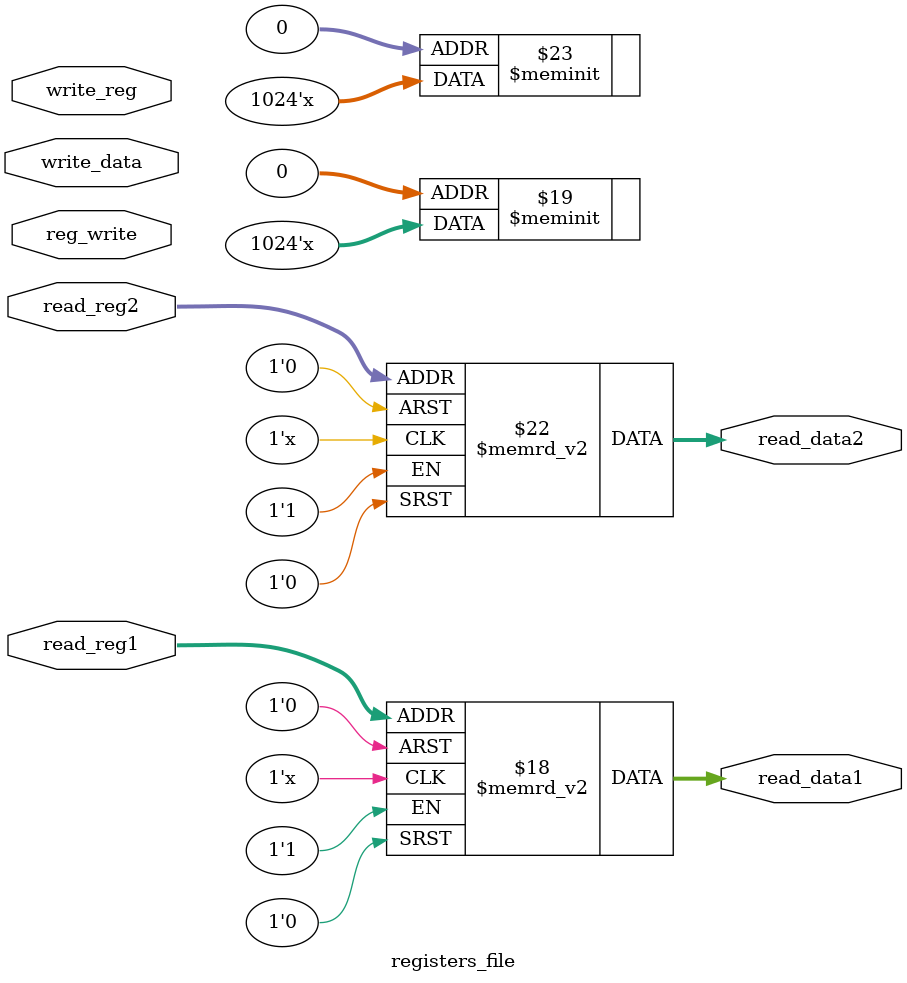
<source format=v>
module registers_file ( input reg_write , input [4:0]  read_reg1 , input [4:0] read_reg2, input [4:0] write_reg , input [31:0] write_data
			, output reg [31:0] read_data1 , output reg [31:0] read_data2 );
	
	reg [31:0] registors[31:0];
	
	initial begin 

	registors[0] <= 32'b00000000000000000000000000000000; //$0
	registors[1] <= 32'b00000000000000000000000000000000;
	registors[2] <= 32'b00000000000000000000000000000000;
	registors[3] <= 32'b00000000000000000000000000000000;
	registors[4] <= 32'b00000000000000000000000000000000;
	registors[5] <= 32'b00000000000000000000000000000000;
	registors[6] <= 32'b00000000000000000000000000000000;
	registors[7] <= 32'b00000000000000000000000000000000;
	registors[8] <= 32'b00000000000000000000000000000000; //$t0
	registors[9] <= 32'b00000000000000000000000000000001;
	registors[10] <= 32'b00000000000000000000000000000010;
	registors[11] <= 32'b00000000000000000000000000000011;
	registors[12] <= 32'b00000000000000000000000000000100;
	registors[13] <= 32'b00000000000000000000000000000101;
	registors[14] <= 32'b00000000000000000000000000000110;
	registors[15] <= 32'b00000000000000000000000000000111; //$t7
	registors[16] <= 32'b00000000000000000000000000001000; //$s0
	registors[17] <= 32'b00000000000000000000000000001001;
	registors[18] <= 32'b00000000000000000000000000000001;
	registors[19] <= 32'b00000000000000000000000000001011;
	registors[20] <= 32'b00000000000000000000000000001100;
	registors[21] <= 32'b00000000000000000000000000001101;
	registors[22] <= 32'b00000000000000000000000000001101;
	registors[23] <= 32'b00000000000000000000000000001111; //$s7
	registors[24] <= 32'b00000000000000000000000000000000;
	registors[25] <= 32'b00000000000000000000000000000000;
	registors[26] <= 32'b00000000000000000000000000000000;
	registors[27] <= 32'b00000000000000000000000000000000;
	registors[28] <= 32'b00000000000000000000000000000000;
	registors[29] <= 32'b00000000000000000000000000000000;
	registors[30] <= 32'b00000000000000000000000000000000;
	registors[31] <= 32'b00000000000000000000000000000000;

	end 	

	always @( reg_write , read_reg1 , read_reg2 , write_reg , write_data ) begin
	if (reg_write) begin
		registors[write_reg] <= write_data;
		end
	read_data1 <= registors[read_reg1];
	read_data2 <= registors[read_reg2];
	end
			 
endmodule
</source>
